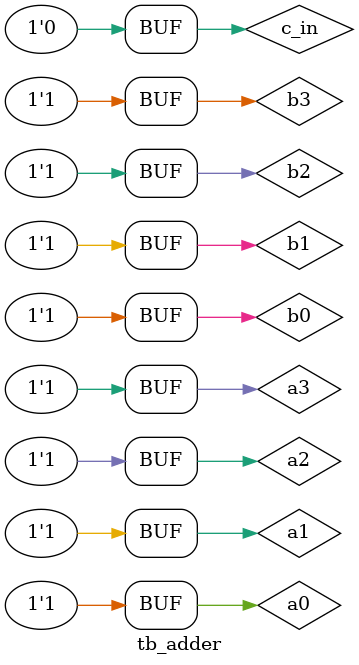
<source format=v>
`timescale 1ns / 1ps
module tb_adder();

reg a0,b0,a1,b1,a2,b2,a3,b3;
reg c_in;
wire c1,c2,c3,c4;

bit4adder adder(
    .a0(a0), .a1(a1), .a2(a2), .a3(a3),
    .b0(b0), .b1(b1), .b2(b2), .b3(b3),
    .c_in(c_in),
    .c1(c1), .c2(c2), .c3(c3), .c4(c4)
);

initial
begin
c_in = 0;
#10;   a0=0; b0=0; a1=0; b1=0; a2=0; b2=0; a3=0; b3=0;
#10;   a0=0; b0=0; a1=0; b1=0; a2=0; b2=0; a3=0; b3=1;
#10;   a0=0; b0=0; a1=0; b1=0; a2=0; b2=1; a3=0; b3=0;
#10;   a0=0; b0=0; a1=0; b1=0; a2=0; b2=1; a3=0; b3=1;
#10;   a0=0; b0=0; a1=0; b1=1; a2=0; b2=0; a3=0; b3=0;
#10;   a0=0; b0=0; a1=0; b1=1; a2=0; b2=0; a3=0; b3=1;
#10;   a0=0; b0=0; a1=0; b1=1; a2=0; b2=1; a3=0; b3=0;
#10;   a0=0; b0=0; a1=0; b1=1; a2=0; b2=1; a3=0; b3=1;
#10;   a0=0; b0=1; a1=0; b1=0; a2=0; b2=0; a3=0; b3=0;
#10;   a0=0; b0=1; a1=0; b1=0; a2=0; b2=0; a3=0; b3=1;
#10;   a0=0; b0=1; a1=0; b1=0; a2=0; b2=1; a3=0; b3=0;
#10;   a0=0; b0=1; a1=0; b1=0; a2=0; b2=1; a3=0; b3=1;
#10;   a0=0; b0=1; a1=0; b1=1; a2=0; b2=0; a3=0; b3=0;
#10;   a0=0; b0=1; a1=0; b1=1; a2=0; b2=0; a3=0; b3=1;
#10;   a0=0; b0=1; a1=0; b1=1; a2=0; b2=1; a3=0; b3=0;
#10;   a0=0; b0=1; a1=0; b1=1; a2=0; b2=1; a3=0; b3=1;
#10;   a0=0; b0=0; a1=0; b1=0; a2=0; b2=0; a3=1; b3=0;
#10;   a0=0; b0=0; a1=0; b1=0; a2=0; b2=0; a3=1; b3=1;
#10;   a0=0; b0=0; a1=0; b1=0; a2=0; b2=1; a3=1; b3=0;
#10;   a0=0; b0=0; a1=0; b1=0; a2=0; b2=1; a3=1; b3=1;
#10;   a0=0; b0=0; a1=0; b1=1; a2=0; b2=0; a3=1; b3=0;
#10;   a0=0; b0=0; a1=0; b1=1; a2=0; b2=0; a3=1; b3=1;
#10;   a0=0; b0=0; a1=0; b1=1; a2=0; b2=1; a3=1; b3=0;
#10;   a0=0; b0=0; a1=0; b1=1; a2=0; b2=1; a3=1; b3=1;
#10;   a0=0; b0=1; a1=0; b1=0; a2=0; b2=0; a3=1; b3=0;
#10;   a0=0; b0=1; a1=0; b1=0; a2=0; b2=0; a3=1; b3=1;
#10;   a0=0; b0=1; a1=0; b1=0; a2=0; b2=1; a3=1; b3=0;
#10;   a0=0; b0=1; a1=0; b1=0; a2=0; b2=1; a3=1; b3=1;
#10;   a0=0; b0=1; a1=0; b1=1; a2=0; b2=0; a3=1; b3=0;
#10;   a0=0; b0=1; a1=0; b1=1; a2=0; b2=0; a3=1; b3=1;
#10;   a0=0; b0=1; a1=0; b1=1; a2=0; b2=1; a3=1; b3=0;
#10;   a0=0; b0=1; a1=0; b1=1; a2=0; b2=1; a3=1; b3=1;
#10;   a0=0; b0=0; a1=0; b1=0; a2=1; b2=0; a3=0; b3=0;
#10;   a0=0; b0=0; a1=0; b1=0; a2=1; b2=0; a3=0; b3=1;
#10;   a0=0; b0=0; a1=0; b1=0; a2=1; b2=1; a3=0; b3=0;
#10;   a0=0; b0=0; a1=0; b1=0; a2=1; b2=1; a3=0; b3=1;
#10;   a0=0; b0=0; a1=0; b1=1; a2=1; b2=0; a3=0; b3=0;
#10;   a0=0; b0=0; a1=0; b1=1; a2=1; b2=0; a3=0; b3=1;
#10;   a0=0; b0=0; a1=0; b1=1; a2=1; b2=1; a3=0; b3=0;
#10;   a0=0; b0=0; a1=0; b1=1; a2=1; b2=1; a3=0; b3=1;
#10;   a0=0; b0=1; a1=0; b1=0; a2=1; b2=0; a3=0; b3=0;
#10;   a0=0; b0=1; a1=0; b1=0; a2=1; b2=0; a3=0; b3=1;
#10;   a0=0; b0=1; a1=0; b1=0; a2=1; b2=1; a3=0; b3=0;
#10;   a0=0; b0=1; a1=0; b1=0; a2=1; b2=1; a3=0; b3=1;
#10;   a0=0; b0=1; a1=0; b1=1; a2=1; b2=0; a3=0; b3=0;
#10;   a0=0; b0=1; a1=0; b1=1; a2=1; b2=0; a3=0; b3=1;
#10;   a0=0; b0=1; a1=0; b1=1; a2=1; b2=1; a3=0; b3=0;
#10;   a0=0; b0=1; a1=0; b1=1; a2=1; b2=1; a3=0; b3=1;
#10;   a0=0; b0=0; a1=0; b1=0; a2=1; b2=0; a3=1; b3=0;
#10;   a0=0; b0=0; a1=0; b1=0; a2=1; b2=0; a3=1; b3=1;
#10;   a0=0; b0=0; a1=0; b1=0; a2=1; b2=1; a3=1; b3=0;
#10;   a0=0; b0=0; a1=0; b1=0; a2=1; b2=1; a3=1; b3=1;
#10;   a0=0; b0=0; a1=0; b1=1; a2=1; b2=0; a3=1; b3=0;
#10;   a0=0; b0=0; a1=0; b1=1; a2=1; b2=0; a3=1; b3=1;
#10;   a0=0; b0=0; a1=0; b1=1; a2=1; b2=1; a3=1; b3=0;
#10;   a0=0; b0=0; a1=0; b1=1; a2=1; b2=1; a3=1; b3=1;
#10;   a0=0; b0=1; a1=0; b1=0; a2=1; b2=0; a3=1; b3=0;
#10;   a0=0; b0=1; a1=0; b1=0; a2=1; b2=0; a3=1; b3=1;
#10;   a0=0; b0=1; a1=0; b1=0; a2=1; b2=1; a3=1; b3=0;
#10;   a0=0; b0=1; a1=0; b1=0; a2=1; b2=1; a3=1; b3=1;
#10;   a0=0; b0=1; a1=0; b1=1; a2=1; b2=0; a3=1; b3=0;
#10;   a0=0; b0=1; a1=0; b1=1; a2=1; b2=0; a3=1; b3=1;
#10;   a0=0; b0=1; a1=0; b1=1; a2=1; b2=1; a3=1; b3=0;
#10;   a0=0; b0=1; a1=0; b1=1; a2=1; b2=1; a3=1; b3=1;
#10;   a0=0; b0=0; a1=1; b1=0; a2=0; b2=0; a3=0; b3=0;
#10;   a0=0; b0=0; a1=1; b1=0; a2=0; b2=0; a3=0; b3=1;
#10;   a0=0; b0=0; a1=1; b1=0; a2=0; b2=1; a3=0; b3=0;
#10;   a0=0; b0=0; a1=1; b1=0; a2=0; b2=1; a3=0; b3=1;
#10;   a0=0; b0=0; a1=1; b1=1; a2=0; b2=0; a3=0; b3=0;
#10;   a0=0; b0=0; a1=1; b1=1; a2=0; b2=0; a3=0; b3=1;
#10;   a0=0; b0=0; a1=1; b1=1; a2=0; b2=1; a3=0; b3=0;
#10;   a0=0; b0=0; a1=1; b1=1; a2=0; b2=1; a3=0; b3=1;
#10;   a0=0; b0=1; a1=1; b1=0; a2=0; b2=0; a3=0; b3=0;
#10;   a0=0; b0=1; a1=1; b1=0; a2=0; b2=0; a3=0; b3=1;
#10;   a0=0; b0=1; a1=1; b1=0; a2=0; b2=1; a3=0; b3=0;
#10;   a0=0; b0=1; a1=1; b1=0; a2=0; b2=1; a3=0; b3=1;
#10;   a0=0; b0=1; a1=1; b1=1; a2=0; b2=0; a3=0; b3=0;
#10;   a0=0; b0=1; a1=1; b1=1; a2=0; b2=0; a3=0; b3=1;
#10;   a0=0; b0=1; a1=1; b1=1; a2=0; b2=1; a3=0; b3=0;
#10;   a0=0; b0=1; a1=1; b1=1; a2=0; b2=1; a3=0; b3=1;
#10;   a0=0; b0=0; a1=1; b1=0; a2=0; b2=0; a3=1; b3=0;
#10;   a0=0; b0=0; a1=1; b1=0; a2=0; b2=0; a3=1; b3=1;
#10;   a0=0; b0=0; a1=1; b1=0; a2=0; b2=1; a3=1; b3=0;
#10;   a0=0; b0=0; a1=1; b1=0; a2=0; b2=1; a3=1; b3=1;
#10;   a0=0; b0=0; a1=1; b1=1; a2=0; b2=0; a3=1; b3=0;
#10;   a0=0; b0=0; a1=1; b1=1; a2=0; b2=0; a3=1; b3=1;
#10;   a0=0; b0=0; a1=1; b1=1; a2=0; b2=1; a3=1; b3=0;
#10;   a0=0; b0=0; a1=1; b1=1; a2=0; b2=1; a3=1; b3=1;
#10;   a0=0; b0=1; a1=1; b1=0; a2=0; b2=0; a3=1; b3=0;
#10;   a0=0; b0=1; a1=1; b1=0; a2=0; b2=0; a3=1; b3=1;
#10;   a0=0; b0=1; a1=1; b1=0; a2=0; b2=1; a3=1; b3=0;
#10;   a0=0; b0=1; a1=1; b1=0; a2=0; b2=1; a3=1; b3=1;
#10;   a0=0; b0=1; a1=1; b1=1; a2=0; b2=0; a3=1; b3=0;
#10;   a0=0; b0=1; a1=1; b1=1; a2=0; b2=0; a3=1; b3=1;
#10;   a0=0; b0=1; a1=1; b1=1; a2=0; b2=1; a3=1; b3=0;
#10;   a0=0; b0=1; a1=1; b1=1; a2=0; b2=1; a3=1; b3=1;
#10;   a0=0; b0=0; a1=1; b1=0; a2=1; b2=0; a3=0; b3=0;
#10;   a0=0; b0=0; a1=1; b1=0; a2=1; b2=0; a3=0; b3=1;
#10;   a0=0; b0=0; a1=1; b1=0; a2=1; b2=1; a3=0; b3=0;
#10;   a0=0; b0=0; a1=1; b1=0; a2=1; b2=1; a3=0; b3=1;
#10;   a0=0; b0=0; a1=1; b1=1; a2=1; b2=0; a3=0; b3=0;
#10;   a0=0; b0=0; a1=1; b1=1; a2=1; b2=0; a3=0; b3=1;
#10;   a0=0; b0=0; a1=1; b1=1; a2=1; b2=1; a3=0; b3=0;
#10;   a0=0; b0=0; a1=1; b1=1; a2=1; b2=1; a3=0; b3=1;
#10;   a0=0; b0=1; a1=1; b1=0; a2=1; b2=0; a3=0; b3=0;
#10;   a0=0; b0=1; a1=1; b1=0; a2=1; b2=0; a3=0; b3=1;
#10;   a0=0; b0=1; a1=1; b1=0; a2=1; b2=1; a3=0; b3=0;
#10;   a0=0; b0=1; a1=1; b1=0; a2=1; b2=1; a3=0; b3=1;
#10;   a0=0; b0=1; a1=1; b1=1; a2=1; b2=0; a3=0; b3=0;
#10;   a0=0; b0=1; a1=1; b1=1; a2=1; b2=0; a3=0; b3=1;
#10;   a0=0; b0=1; a1=1; b1=1; a2=1; b2=1; a3=0; b3=0;
#10;   a0=0; b0=1; a1=1; b1=1; a2=1; b2=1; a3=0; b3=1;
#10;   a0=0; b0=0; a1=1; b1=0; a2=1; b2=0; a3=1; b3=0;
#10;   a0=0; b0=0; a1=1; b1=0; a2=1; b2=0; a3=1; b3=1;
#10;   a0=0; b0=0; a1=1; b1=0; a2=1; b2=1; a3=1; b3=0;
#10;   a0=0; b0=0; a1=1; b1=0; a2=1; b2=1; a3=1; b3=1;
#10;   a0=0; b0=0; a1=1; b1=1; a2=1; b2=0; a3=1; b3=0;
#10;   a0=0; b0=0; a1=1; b1=1; a2=1; b2=0; a3=1; b3=1;
#10;   a0=0; b0=0; a1=1; b1=1; a2=1; b2=1; a3=1; b3=0;
#10;   a0=0; b0=0; a1=1; b1=1; a2=1; b2=1; a3=1; b3=1;
#10;   a0=0; b0=1; a1=1; b1=0; a2=1; b2=0; a3=1; b3=0;
#10;   a0=0; b0=1; a1=1; b1=0; a2=1; b2=0; a3=1; b3=1;
#10;   a0=0; b0=1; a1=1; b1=0; a2=1; b2=1; a3=1; b3=0;
#10;   a0=0; b0=1; a1=1; b1=0; a2=1; b2=1; a3=1; b3=1;
#10;   a0=0; b0=1; a1=1; b1=1; a2=1; b2=0; a3=1; b3=0;
#10;   a0=0; b0=1; a1=1; b1=1; a2=1; b2=0; a3=1; b3=1;
#10;   a0=0; b0=1; a1=1; b1=1; a2=1; b2=1; a3=1; b3=0;
#10;   a0=0; b0=1; a1=1; b1=1; a2=1; b2=1; a3=1; b3=1;
#10;   a0=1; b0=0; a1=0; b1=0; a2=0; b2=0; a3=0; b3=0;
#10;   a0=1; b0=0; a1=0; b1=0; a2=0; b2=0; a3=0; b3=1;
#10;   a0=1; b0=0; a1=0; b1=0; a2=0; b2=1; a3=0; b3=0;
#10;   a0=1; b0=0; a1=0; b1=0; a2=0; b2=1; a3=0; b3=1;
#10;   a0=1; b0=0; a1=0; b1=1; a2=0; b2=0; a3=0; b3=0;
#10;   a0=1; b0=0; a1=0; b1=1; a2=0; b2=0; a3=0; b3=1;
#10;   a0=1; b0=0; a1=0; b1=1; a2=0; b2=1; a3=0; b3=0;
#10;   a0=1; b0=0; a1=0; b1=1; a2=0; b2=1; a3=0; b3=1;
#10;   a0=1; b0=1; a1=0; b1=0; a2=0; b2=0; a3=0; b3=0;
#10;   a0=1; b0=1; a1=0; b1=0; a2=0; b2=0; a3=0; b3=1;
#10;   a0=1; b0=1; a1=0; b1=0; a2=0; b2=1; a3=0; b3=0;
#10;   a0=1; b0=1; a1=0; b1=0; a2=0; b2=1; a3=0; b3=1;
#10;   a0=1; b0=1; a1=0; b1=1; a2=0; b2=0; a3=0; b3=0;
#10;   a0=1; b0=1; a1=0; b1=1; a2=0; b2=0; a3=0; b3=1;
#10;   a0=1; b0=1; a1=0; b1=1; a2=0; b2=1; a3=0; b3=0;
#10;   a0=1; b0=1; a1=0; b1=1; a2=0; b2=1; a3=0; b3=1;
#10;   a0=1; b0=0; a1=0; b1=0; a2=0; b2=0; a3=1; b3=0;
#10;   a0=1; b0=0; a1=0; b1=0; a2=0; b2=0; a3=1; b3=1;
#10;   a0=1; b0=0; a1=0; b1=0; a2=0; b2=1; a3=1; b3=0;
#10;   a0=1; b0=0; a1=0; b1=0; a2=0; b2=1; a3=1; b3=1;
#10;   a0=1; b0=0; a1=0; b1=1; a2=0; b2=0; a3=1; b3=0;
#10;   a0=1; b0=0; a1=0; b1=1; a2=0; b2=0; a3=1; b3=1;
#10;   a0=1; b0=0; a1=0; b1=1; a2=0; b2=1; a3=1; b3=0;
#10;   a0=1; b0=0; a1=0; b1=1; a2=0; b2=1; a3=1; b3=1;
#10;   a0=1; b0=1; a1=0; b1=0; a2=0; b2=0; a3=1; b3=0;
#10;   a0=1; b0=1; a1=0; b1=0; a2=0; b2=0; a3=1; b3=1;
#10;   a0=1; b0=1; a1=0; b1=0; a2=0; b2=1; a3=1; b3=0;
#10;   a0=1; b0=1; a1=0; b1=0; a2=0; b2=1; a3=1; b3=1;
#10;   a0=1; b0=1; a1=0; b1=1; a2=0; b2=0; a3=1; b3=0;
#10;   a0=1; b0=1; a1=0; b1=1; a2=0; b2=0; a3=1; b3=1;
#10;   a0=1; b0=1; a1=0; b1=1; a2=0; b2=1; a3=1; b3=0;
#10;   a0=1; b0=1; a1=0; b1=1; a2=0; b2=1; a3=1; b3=1;
#10;   a0=1; b0=0; a1=0; b1=0; a2=1; b2=0; a3=0; b3=0;
#10;   a0=1; b0=0; a1=0; b1=0; a2=1; b2=0; a3=0; b3=1;
#10;   a0=1; b0=0; a1=0; b1=0; a2=1; b2=1; a3=0; b3=0;
#10;   a0=1; b0=0; a1=0; b1=0; a2=1; b2=1; a3=0; b3=1;
#10;   a0=1; b0=0; a1=0; b1=1; a2=1; b2=0; a3=0; b3=0;
#10;   a0=1; b0=0; a1=0; b1=1; a2=1; b2=0; a3=0; b3=1;
#10;   a0=1; b0=0; a1=0; b1=1; a2=1; b2=1; a3=0; b3=0;
#10;   a0=1; b0=0; a1=0; b1=1; a2=1; b2=1; a3=0; b3=1;
#10;   a0=1; b0=1; a1=0; b1=0; a2=1; b2=0; a3=0; b3=0;
#10;   a0=1; b0=1; a1=0; b1=0; a2=1; b2=0; a3=0; b3=1;
#10;   a0=1; b0=1; a1=0; b1=0; a2=1; b2=1; a3=0; b3=0;
#10;   a0=1; b0=1; a1=0; b1=0; a2=1; b2=1; a3=0; b3=1;
#10;   a0=1; b0=1; a1=0; b1=1; a2=1; b2=0; a3=0; b3=0;
#10;   a0=1; b0=1; a1=0; b1=1; a2=1; b2=0; a3=0; b3=1;
#10;   a0=1; b0=1; a1=0; b1=1; a2=1; b2=1; a3=0; b3=0;
#10;   a0=1; b0=1; a1=0; b1=1; a2=1; b2=1; a3=0; b3=1;
#10;   a0=1; b0=0; a1=0; b1=0; a2=1; b2=0; a3=1; b3=0;
#10;   a0=1; b0=0; a1=0; b1=0; a2=1; b2=0; a3=1; b3=1;
#10;   a0=1; b0=0; a1=0; b1=0; a2=1; b2=1; a3=1; b3=0;
#10;   a0=1; b0=0; a1=0; b1=0; a2=1; b2=1; a3=1; b3=1;
#10;   a0=1; b0=0; a1=0; b1=1; a2=1; b2=0; a3=1; b3=0;
#10;   a0=1; b0=0; a1=0; b1=1; a2=1; b2=0; a3=1; b3=1;
#10;   a0=1; b0=0; a1=0; b1=1; a2=1; b2=1; a3=1; b3=0;
#10;   a0=1; b0=0; a1=0; b1=1; a2=1; b2=1; a3=1; b3=1;
#10;   a0=1; b0=1; a1=0; b1=0; a2=1; b2=0; a3=1; b3=0;
#10;   a0=1; b0=1; a1=0; b1=0; a2=1; b2=0; a3=1; b3=1;
#10;   a0=1; b0=1; a1=0; b1=0; a2=1; b2=1; a3=1; b3=0;
#10;   a0=1; b0=1; a1=0; b1=0; a2=1; b2=1; a3=1; b3=1;
#10;   a0=1; b0=1; a1=0; b1=1; a2=1; b2=0; a3=1; b3=0;
#10;   a0=1; b0=1; a1=0; b1=1; a2=1; b2=0; a3=1; b3=1;
#10;   a0=1; b0=1; a1=0; b1=1; a2=1; b2=1; a3=1; b3=0;
#10;   a0=1; b0=1; a1=0; b1=1; a2=1; b2=1; a3=1; b3=1;
#10;   a0=1; b0=0; a1=1; b1=0; a2=0; b2=0; a3=0; b3=0;
#10;   a0=1; b0=0; a1=1; b1=0; a2=0; b2=0; a3=0; b3=1;
#10;   a0=1; b0=0; a1=1; b1=0; a2=0; b2=1; a3=0; b3=0;
#10;   a0=1; b0=0; a1=1; b1=0; a2=0; b2=1; a3=0; b3=1;
#10;   a0=1; b0=0; a1=1; b1=1; a2=0; b2=0; a3=0; b3=0;
#10;   a0=1; b0=0; a1=1; b1=1; a2=0; b2=0; a3=0; b3=1;
#10;   a0=1; b0=0; a1=1; b1=1; a2=0; b2=1; a3=0; b3=0;
#10;   a0=1; b0=0; a1=1; b1=1; a2=0; b2=1; a3=0; b3=1;
#10;   a0=1; b0=1; a1=1; b1=0; a2=0; b2=0; a3=0; b3=0;
#10;   a0=1; b0=1; a1=1; b1=0; a2=0; b2=0; a3=0; b3=1;
#10;   a0=1; b0=1; a1=1; b1=0; a2=0; b2=1; a3=0; b3=0;
#10;   a0=1; b0=1; a1=1; b1=0; a2=0; b2=1; a3=0; b3=1;
#10;   a0=1; b0=1; a1=1; b1=1; a2=0; b2=0; a3=0; b3=0;
#10;   a0=1; b0=1; a1=1; b1=1; a2=0; b2=0; a3=0; b3=1;
#10;   a0=1; b0=1; a1=1; b1=1; a2=0; b2=1; a3=0; b3=0;
#10;   a0=1; b0=1; a1=1; b1=1; a2=0; b2=1; a3=0; b3=1;
#10;   a0=1; b0=0; a1=1; b1=0; a2=0; b2=0; a3=1; b3=0;
#10;   a0=1; b0=0; a1=1; b1=0; a2=0; b2=0; a3=1; b3=1;
#10;   a0=1; b0=0; a1=1; b1=0; a2=0; b2=1; a3=1; b3=0;
#10;   a0=1; b0=0; a1=1; b1=0; a2=0; b2=1; a3=1; b3=1;
#10;   a0=1; b0=0; a1=1; b1=1; a2=0; b2=0; a3=1; b3=0;
#10;   a0=1; b0=0; a1=1; b1=1; a2=0; b2=0; a3=1; b3=1;
#10;   a0=1; b0=0; a1=1; b1=1; a2=0; b2=1; a3=1; b3=0;
#10;   a0=1; b0=0; a1=1; b1=1; a2=0; b2=1; a3=1; b3=1;
#10;   a0=1; b0=1; a1=1; b1=0; a2=0; b2=0; a3=1; b3=0;
#10;   a0=1; b0=1; a1=1; b1=0; a2=0; b2=0; a3=1; b3=1;
#10;   a0=1; b0=1; a1=1; b1=0; a2=0; b2=1; a3=1; b3=0;
#10;   a0=1; b0=1; a1=1; b1=0; a2=0; b2=1; a3=1; b3=1;
#10;   a0=1; b0=1; a1=1; b1=1; a2=0; b2=0; a3=1; b3=0;
#10;   a0=1; b0=1; a1=1; b1=1; a2=0; b2=0; a3=1; b3=1;
#10;   a0=1; b0=1; a1=1; b1=1; a2=0; b2=1; a3=1; b3=0;
#10;   a0=1; b0=1; a1=1; b1=1; a2=0; b2=1; a3=1; b3=1;
#10;   a0=1; b0=0; a1=1; b1=0; a2=1; b2=0; a3=0; b3=0;
#10;   a0=1; b0=0; a1=1; b1=0; a2=1; b2=0; a3=0; b3=1;
#10;   a0=1; b0=0; a1=1; b1=0; a2=1; b2=1; a3=0; b3=0;
#10;   a0=1; b0=0; a1=1; b1=0; a2=1; b2=1; a3=0; b3=1;
#10;   a0=1; b0=0; a1=1; b1=1; a2=1; b2=0; a3=0; b3=0;
#10;   a0=1; b0=0; a1=1; b1=1; a2=1; b2=0; a3=0; b3=1;
#10;   a0=1; b0=0; a1=1; b1=1; a2=1; b2=1; a3=0; b3=0;
#10;   a0=1; b0=0; a1=1; b1=1; a2=1; b2=1; a3=0; b3=1;
#10;   a0=1; b0=1; a1=1; b1=0; a2=1; b2=0; a3=0; b3=0;
#10;   a0=1; b0=1; a1=1; b1=0; a2=1; b2=0; a3=0; b3=1;
#10;   a0=1; b0=1; a1=1; b1=0; a2=1; b2=1; a3=0; b3=0;
#10;   a0=1; b0=1; a1=1; b1=0; a2=1; b2=1; a3=0; b3=1;
#10;   a0=1; b0=1; a1=1; b1=1; a2=1; b2=0; a3=0; b3=0;
#10;   a0=1; b0=1; a1=1; b1=1; a2=1; b2=0; a3=0; b3=1;
#10;   a0=1; b0=1; a1=1; b1=1; a2=1; b2=1; a3=0; b3=0;
#10;   a0=1; b0=1; a1=1; b1=1; a2=1; b2=1; a3=0; b3=1;
#10;   a0=1; b0=0; a1=1; b1=0; a2=1; b2=0; a3=1; b3=0;
#10;   a0=1; b0=0; a1=1; b1=0; a2=1; b2=0; a3=1; b3=1;
#10;   a0=1; b0=0; a1=1; b1=0; a2=1; b2=1; a3=1; b3=0;
#10;   a0=1; b0=0; a1=1; b1=0; a2=1; b2=1; a3=1; b3=1;
#10;   a0=1; b0=0; a1=1; b1=1; a2=1; b2=0; a3=1; b3=0;
#10;   a0=1; b0=0; a1=1; b1=1; a2=1; b2=0; a3=1; b3=1;
#10;   a0=1; b0=0; a1=1; b1=1; a2=1; b2=1; a3=1; b3=0;
#10;   a0=1; b0=0; a1=1; b1=1; a2=1; b2=1; a3=1; b3=1;
#10;   a0=1; b0=1; a1=1; b1=0; a2=1; b2=0; a3=1; b3=0;
#10;   a0=1; b0=1; a1=1; b1=0; a2=1; b2=0; a3=1; b3=1;
#10;   a0=1; b0=1; a1=1; b1=0; a2=1; b2=1; a3=1; b3=0;
#10;   a0=1; b0=1; a1=1; b1=0; a2=1; b2=1; a3=1; b3=1;
#10;   a0=1; b0=1; a1=1; b1=1; a2=1; b2=0; a3=1; b3=0;
#10;   a0=1; b0=1; a1=1; b1=1; a2=1; b2=0; a3=1; b3=1;
#10;   a0=1; b0=1; a1=1; b1=1; a2=1; b2=1; a3=1; b3=0;
#10;   a0=1; b0=1; a1=1; b1=1; a2=1; b2=1; a3=1; b3=1;
    
    
end



endmodule

</source>
